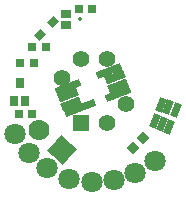
<source format=gts>
G04*
G04 #@! TF.GenerationSoftware,Altium Limited,Altium Designer,20.0.13 (296)*
G04*
G04 Layer_Color=8388736*
%FSLAX25Y25*%
%MOIN*%
G70*
G01*
G75*
G04:AMPARAMS|DCode=21|XSize=106.42mil|YSize=23.75mil|CornerRadius=0mil|HoleSize=0mil|Usage=FLASHONLY|Rotation=21.000|XOffset=0mil|YOffset=0mil|HoleType=Round|Shape=Rectangle|*
%AMROTATEDRECTD21*
4,1,4,-0.04542,-0.03016,-0.05393,-0.00798,0.04542,0.03016,0.05393,0.00798,-0.04542,-0.03016,0.0*
%
%ADD21ROTATEDRECTD21*%

G04:AMPARAMS|DCode=22|XSize=67.06mil|YSize=27.69mil|CornerRadius=0mil|HoleSize=0mil|Usage=FLASHONLY|Rotation=21.000|XOffset=0mil|YOffset=0mil|HoleType=Round|Shape=Rectangle|*
%AMROTATEDRECTD22*
4,1,4,-0.02634,-0.02494,-0.03626,0.00091,0.02634,0.02494,0.03626,-0.00091,-0.02634,-0.02494,0.0*
%
%ADD22ROTATEDRECTD22*%

G04:AMPARAMS|DCode=23|XSize=86.74mil|YSize=23.75mil|CornerRadius=0mil|HoleSize=0mil|Usage=FLASHONLY|Rotation=21.000|XOffset=0mil|YOffset=0mil|HoleType=Round|Shape=Rectangle|*
%AMROTATEDRECTD23*
4,1,4,-0.03623,-0.02663,-0.04475,-0.00446,0.03623,0.02663,0.04475,0.00446,-0.03623,-0.02663,0.0*
%
%ADD23ROTATEDRECTD23*%

%ADD24R,0.02690X0.03339*%
%ADD25R,0.03241X0.03162*%
G04:AMPARAMS|DCode=26|XSize=47.37mil|YSize=23.75mil|CornerRadius=0mil|HoleSize=0mil|Usage=FLASHONLY|Rotation=248.000|XOffset=0mil|YOffset=0mil|HoleType=Round|Shape=Rectangle|*
%AMROTATEDRECTD26*
4,1,4,-0.00214,0.02641,0.01988,0.01751,0.00214,-0.02641,-0.01988,-0.01751,-0.00214,0.02641,0.0*
%
%ADD26ROTATEDRECTD26*%

%ADD27P,0.04194X4X270.0*%
%ADD28R,0.02965X0.02965*%
G04:AMPARAMS|DCode=29|XSize=29.26mil|YSize=24.54mil|CornerRadius=0mil|HoleSize=0mil|Usage=FLASHONLY|Rotation=225.000|XOffset=0mil|YOffset=0mil|HoleType=Round|Shape=Rectangle|*
%AMROTATEDRECTD29*
4,1,4,0.00167,0.01902,0.01902,0.00167,-0.00167,-0.01902,-0.01902,-0.00167,0.00167,0.01902,0.0*
%
%ADD29ROTATEDRECTD29*%

%ADD30P,0.09901X4X183.0*%
%ADD31C,0.07001*%
%ADD32C,0.05493*%
%ADD33R,0.05493X0.05493*%
%ADD34C,0.01378*%
%ADD35C,0.07099*%
D21*
X24973Y24440D02*
D03*
D22*
X22254Y26032D02*
D03*
X21125Y28972D02*
D03*
X36746Y34968D02*
D03*
X37875Y32028D02*
D03*
D23*
X21162Y31622D02*
D03*
X34945Y36913D02*
D03*
X37838Y29378D02*
D03*
D24*
X3032Y26864D02*
D03*
X6968D02*
D03*
X5000Y32785D02*
D03*
D25*
X20500Y52189D02*
D03*
Y55811D02*
D03*
D26*
X54767Y18304D02*
D03*
X52394Y19262D02*
D03*
X50021Y20221D02*
D03*
X52233Y25696D02*
D03*
X54606Y24738D02*
D03*
X56979Y23779D02*
D03*
D27*
X42747Y11247D02*
D03*
X46000Y14500D02*
D03*
D28*
X9200Y45000D02*
D03*
X13800D02*
D03*
X5200Y39500D02*
D03*
X9800D02*
D03*
X4700Y22500D02*
D03*
X9300D02*
D03*
X24700Y57500D02*
D03*
X29300D02*
D03*
D29*
X16227Y53227D02*
D03*
X11773Y48773D02*
D03*
D30*
X19000Y10500D02*
D03*
D31*
X11569Y17191D02*
D03*
D32*
X19279Y34520D02*
D03*
X25500Y40744D02*
D03*
X34295D02*
D03*
X40520Y25721D02*
D03*
X34295Y19500D02*
D03*
D33*
X25500D02*
D03*
D34*
X25071Y54296D02*
D03*
D35*
X43500Y3000D02*
D03*
X21500Y1000D02*
D03*
X3500Y16000D02*
D03*
X36500Y500D02*
D03*
X50000Y7000D02*
D03*
X29000Y0D02*
D03*
X14000Y4500D02*
D03*
X8000Y9500D02*
D03*
M02*

</source>
